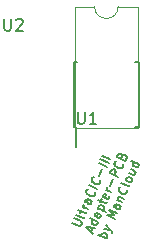
<source format=gbr>
%TF.GenerationSoftware,KiCad,Pcbnew,(6.0.0)*%
%TF.CreationDate,2022-05-17T06:49:19+02:00*%
%TF.ProjectId,UltraCIC-III,556c7472-6143-4494-932d-4949492e6b69,rev?*%
%TF.SameCoordinates,Original*%
%TF.FileFunction,Legend,Top*%
%TF.FilePolarity,Positive*%
%FSLAX46Y46*%
G04 Gerber Fmt 4.6, Leading zero omitted, Abs format (unit mm)*
G04 Created by KiCad (PCBNEW (6.0.0)) date 2022-05-17 06:49:19*
%MOMM*%
%LPD*%
G01*
G04 APERTURE LIST*
%ADD10C,0.150000*%
%ADD11C,0.120000*%
G04 APERTURE END LIST*
D10*
X97947976Y-85068609D02*
X98502628Y-85315556D01*
X98582408Y-85311982D01*
X98629561Y-85293882D01*
X98691240Y-85243155D01*
X98749345Y-85112649D01*
X98745771Y-85032869D01*
X98727671Y-84985716D01*
X98676944Y-84924037D01*
X98122291Y-84677090D01*
X98996293Y-84557996D02*
X98934613Y-84608723D01*
X98854834Y-84612297D01*
X98267554Y-84350823D01*
X98612151Y-84191495D02*
X98728362Y-83930482D01*
X98427344Y-83991931D02*
X99014623Y-84253404D01*
X99094403Y-84249830D01*
X99156082Y-84199103D01*
X99185135Y-84133850D01*
X99286819Y-83905464D02*
X98830046Y-83702095D01*
X98960552Y-83760200D02*
X98909826Y-83698521D01*
X98891725Y-83651368D01*
X98888151Y-83571589D01*
X98917204Y-83506336D01*
X99606397Y-83187678D02*
X99247505Y-83027888D01*
X99167725Y-83031462D01*
X99106046Y-83082189D01*
X99047941Y-83212696D01*
X99051515Y-83292475D01*
X99573771Y-83173152D02*
X99577345Y-83252931D01*
X99504713Y-83416064D01*
X99443034Y-83466791D01*
X99363255Y-83470365D01*
X99298001Y-83441313D01*
X99247274Y-83379633D01*
X99243700Y-83299854D01*
X99316332Y-83136721D01*
X99312758Y-83056941D01*
X99860723Y-82440840D02*
X99878823Y-82487992D01*
X99867871Y-82600399D01*
X99838818Y-82665652D01*
X99762613Y-82749005D01*
X99668307Y-82785206D01*
X99588527Y-82788780D01*
X99443495Y-82763301D01*
X99345615Y-82719723D01*
X99229635Y-82628991D01*
X99178908Y-82567311D01*
X99142707Y-82473006D01*
X99153659Y-82360599D01*
X99182712Y-82295346D01*
X99258917Y-82211993D01*
X99306070Y-82193892D01*
X100056713Y-82176253D02*
X99371554Y-81871200D01*
X100311039Y-81429414D02*
X100329139Y-81476567D01*
X100318187Y-81588973D01*
X100289134Y-81654227D01*
X100212928Y-81737580D01*
X100118623Y-81773781D01*
X100038843Y-81777355D01*
X99893810Y-81751876D01*
X99795930Y-81708297D01*
X99679950Y-81617565D01*
X99629223Y-81555886D01*
X99593023Y-81461580D01*
X99603975Y-81349174D01*
X99633028Y-81283921D01*
X99709233Y-81200567D01*
X99756386Y-81182467D01*
X100246016Y-81048617D02*
X100478437Y-80526591D01*
X100884713Y-80316535D02*
X100199554Y-80011483D01*
X101029976Y-79990269D02*
X100344817Y-79685216D01*
X101175239Y-79664003D02*
X100490080Y-79358950D01*
X99525955Y-85810264D02*
X99671218Y-85483998D01*
X99692662Y-85962676D02*
X99109187Y-85429237D01*
X99896030Y-85505903D01*
X100128451Y-84983877D02*
X99443292Y-84678824D01*
X100095825Y-84969350D02*
X100099399Y-85049130D01*
X100041293Y-85179637D01*
X99979614Y-85230363D01*
X99932461Y-85248464D01*
X99852682Y-85252038D01*
X99656922Y-85164880D01*
X99606195Y-85103201D01*
X99588095Y-85056048D01*
X99584521Y-84976268D01*
X99642626Y-84845762D01*
X99704305Y-84795035D01*
X100404451Y-84363971D02*
X100045558Y-84204182D01*
X99965779Y-84207756D01*
X99904099Y-84258483D01*
X99845994Y-84388989D01*
X99849568Y-84468769D01*
X100371824Y-84349445D02*
X100375398Y-84429224D01*
X100302767Y-84592357D01*
X100241088Y-84643084D01*
X100161308Y-84646658D01*
X100096055Y-84617606D01*
X100045328Y-84555926D01*
X100041754Y-84476147D01*
X100114385Y-84313014D01*
X100110811Y-84233234D01*
X100092941Y-83834336D02*
X100778100Y-84139389D01*
X100125568Y-83848863D02*
X100121994Y-83769083D01*
X100180099Y-83638577D01*
X100241778Y-83587850D01*
X100288931Y-83569749D01*
X100368711Y-83566175D01*
X100564471Y-83653333D01*
X100615198Y-83715012D01*
X100633298Y-83762165D01*
X100636872Y-83841945D01*
X100578767Y-83972451D01*
X100517087Y-84023178D01*
X100325362Y-83312310D02*
X100441573Y-83051297D01*
X100140555Y-83112746D02*
X100727834Y-83374220D01*
X100807614Y-83370646D01*
X100869293Y-83319919D01*
X100898345Y-83254666D01*
X101083613Y-82750740D02*
X101087187Y-82830520D01*
X101029082Y-82961026D01*
X100967403Y-83011753D01*
X100887623Y-83015327D01*
X100626610Y-82899117D01*
X100575884Y-82837437D01*
X100572310Y-82757658D01*
X100630415Y-82627151D01*
X100692094Y-82576424D01*
X100771874Y-82572850D01*
X100837127Y-82601903D01*
X100757117Y-82957222D01*
X101261503Y-82439000D02*
X100804730Y-82235632D01*
X100935237Y-82293737D02*
X100884510Y-82232058D01*
X100866410Y-82184905D01*
X100862836Y-82105125D01*
X100891888Y-82039872D01*
X101189332Y-81898644D02*
X101421753Y-81376618D01*
X101828029Y-81166562D02*
X101142870Y-80861509D01*
X101259081Y-80600496D01*
X101320760Y-80549769D01*
X101367913Y-80531669D01*
X101447692Y-80528095D01*
X101545572Y-80571674D01*
X101596299Y-80633353D01*
X101614399Y-80680506D01*
X101617973Y-80760286D01*
X101501763Y-81021299D01*
X102242144Y-80060831D02*
X102260244Y-80107984D01*
X102249292Y-80220390D01*
X102220240Y-80285643D01*
X102144034Y-80368997D01*
X102049728Y-80405197D01*
X101969949Y-80408771D01*
X101824916Y-80383293D01*
X101727036Y-80339714D01*
X101611056Y-80248982D01*
X101560329Y-80187303D01*
X101524128Y-80092997D01*
X101535080Y-79980591D01*
X101564133Y-79915337D01*
X101640339Y-79831984D01*
X101687492Y-79813883D01*
X102180926Y-79408068D02*
X102257131Y-79324714D01*
X102304284Y-79306614D01*
X102384064Y-79303040D01*
X102481943Y-79346619D01*
X102532670Y-79408298D01*
X102550771Y-79455451D01*
X102554345Y-79535231D01*
X102438134Y-79796244D01*
X101752975Y-79491191D01*
X101854659Y-79262805D01*
X101916339Y-79212078D01*
X101963491Y-79193978D01*
X102043271Y-79190404D01*
X102108524Y-79219456D01*
X102159251Y-79281135D01*
X102177352Y-79328288D01*
X102180926Y-79408068D01*
X102079241Y-79636454D01*
X100839347Y-86355930D02*
X100154188Y-86050877D01*
X100415201Y-86167088D02*
X100411627Y-86087308D01*
X100469732Y-85956802D01*
X100531411Y-85906075D01*
X100578564Y-85887974D01*
X100658344Y-85884400D01*
X100854103Y-85971558D01*
X100904830Y-86033237D01*
X100922931Y-86080390D01*
X100926505Y-86160170D01*
X100868399Y-86290676D01*
X100806720Y-86341403D01*
X100629521Y-85597909D02*
X101158926Y-85638144D01*
X100774784Y-85271642D02*
X101158926Y-85638144D01*
X101293006Y-85776029D01*
X101311106Y-85823182D01*
X101314680Y-85902961D01*
X101580189Y-84691972D02*
X100895029Y-84386919D01*
X101486113Y-84376428D01*
X101098398Y-83930147D01*
X101783557Y-84235199D01*
X102059557Y-83615293D02*
X101700664Y-83455504D01*
X101620884Y-83459078D01*
X101559205Y-83509805D01*
X101501100Y-83640311D01*
X101504674Y-83720091D01*
X102026930Y-83600767D02*
X102030504Y-83680547D01*
X101957873Y-83843680D01*
X101896193Y-83894407D01*
X101816414Y-83897981D01*
X101751161Y-83868928D01*
X101700434Y-83807249D01*
X101696860Y-83727469D01*
X101769491Y-83564336D01*
X101765917Y-83484556D01*
X101748047Y-83085659D02*
X102204820Y-83289027D01*
X101813300Y-83114711D02*
X101795200Y-83067558D01*
X101791626Y-82987779D01*
X101835205Y-82889899D01*
X101896884Y-82839172D01*
X101976664Y-82835598D01*
X102335557Y-82995387D01*
X102589882Y-82248549D02*
X102607982Y-82295702D01*
X102597030Y-82408108D01*
X102567978Y-82473361D01*
X102491772Y-82556715D01*
X102397466Y-82592916D01*
X102317687Y-82596490D01*
X102172654Y-82571011D01*
X102074774Y-82527432D01*
X101958794Y-82436700D01*
X101908067Y-82375021D01*
X101871866Y-82280715D01*
X101882818Y-82168309D01*
X101911871Y-82103056D01*
X101988077Y-82019702D01*
X102035230Y-82001602D01*
X102829451Y-81886082D02*
X102767772Y-81936809D01*
X102687992Y-81940383D01*
X102100713Y-81678910D01*
X102989240Y-81527189D02*
X102927561Y-81577916D01*
X102880408Y-81596017D01*
X102800629Y-81599591D01*
X102604869Y-81512433D01*
X102554142Y-81450754D01*
X102536042Y-81403601D01*
X102532468Y-81323821D01*
X102576047Y-81225941D01*
X102637726Y-81175214D01*
X102684879Y-81157114D01*
X102764658Y-81153540D01*
X102960418Y-81240698D01*
X103011145Y-81302377D01*
X103029245Y-81349530D01*
X103032819Y-81429309D01*
X102989240Y-81527189D01*
X102895625Y-80508155D02*
X103352398Y-80711524D01*
X102764889Y-80801795D02*
X103123782Y-80961584D01*
X103203561Y-80958010D01*
X103265240Y-80907284D01*
X103308819Y-80809404D01*
X103305245Y-80729624D01*
X103287145Y-80682471D01*
X103628398Y-80091618D02*
X102943239Y-79786565D01*
X103595771Y-80077092D02*
X103599345Y-80156871D01*
X103541240Y-80287378D01*
X103479561Y-80338105D01*
X103432408Y-80356205D01*
X103352628Y-80359779D01*
X103156869Y-80272621D01*
X103106142Y-80210942D01*
X103088041Y-80163789D01*
X103084467Y-80084009D01*
X103142573Y-79953503D01*
X103204252Y-79902776D01*
%TO.C,U2*%
X92202095Y-67778380D02*
X92202095Y-68587904D01*
X92249714Y-68683142D01*
X92297333Y-68730761D01*
X92392571Y-68778380D01*
X92583047Y-68778380D01*
X92678285Y-68730761D01*
X92725904Y-68683142D01*
X92773523Y-68587904D01*
X92773523Y-67778380D01*
X93202095Y-67873619D02*
X93249714Y-67826000D01*
X93344952Y-67778380D01*
X93583047Y-67778380D01*
X93678285Y-67826000D01*
X93725904Y-67873619D01*
X93773523Y-67968857D01*
X93773523Y-68064095D01*
X93725904Y-68206952D01*
X93154476Y-68778380D01*
X93773523Y-68778380D01*
%TO.C,U1*%
X98425095Y-75652380D02*
X98425095Y-76461904D01*
X98472714Y-76557142D01*
X98520333Y-76604761D01*
X98615571Y-76652380D01*
X98806047Y-76652380D01*
X98901285Y-76604761D01*
X98948904Y-76557142D01*
X98996523Y-76461904D01*
X98996523Y-75652380D01*
X99996523Y-76652380D02*
X99425095Y-76652380D01*
X99710809Y-76652380D02*
X99710809Y-75652380D01*
X99615571Y-75795238D01*
X99520333Y-75890476D01*
X99425095Y-75938095D01*
D11*
%TO.C,U2*%
X103488000Y-66742000D02*
X101838000Y-66742000D01*
X103488000Y-77022000D02*
X103488000Y-66742000D01*
X98188000Y-77022000D02*
X103488000Y-77022000D01*
X98188000Y-66742000D02*
X98188000Y-77022000D01*
X99838000Y-66742000D02*
X98188000Y-66742000D01*
X99838000Y-66742000D02*
G75*
G03*
X101838000Y-66742000I1000000J0D01*
G01*
D10*
%TO.C,U1*%
X98083000Y-76918000D02*
X98288000Y-76918000D01*
X98083000Y-71418000D02*
X98383000Y-71418000D01*
X103593000Y-71418000D02*
X103293000Y-71418000D01*
X103593000Y-76918000D02*
X103293000Y-76918000D01*
X98083000Y-76918000D02*
X98083000Y-71418000D01*
X103593000Y-76918000D02*
X103593000Y-71418000D01*
X98288000Y-76918000D02*
X98288000Y-78668000D01*
%TD*%
M02*

</source>
